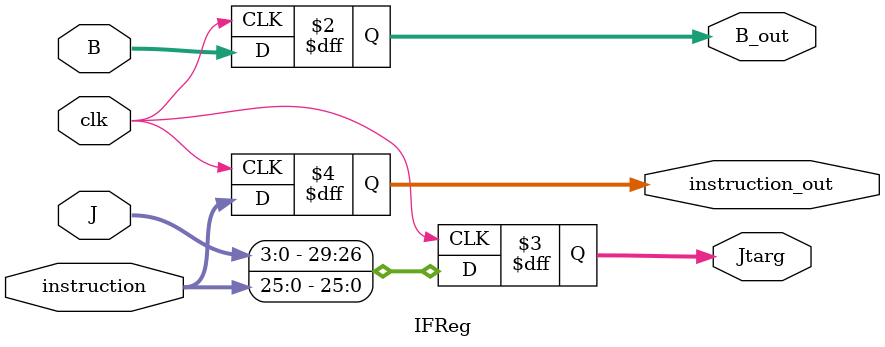
<source format=v>
module IFReg(
    input clk,
    input[29:0] B,
    input[3:0] J,
    input[31:0] instruction,
    output reg[29:0] B_out,
    output reg[29:0] Jtarg,
    output reg[31:0] instruction_out
    );
    always @(negedge clk) begin
        B_out <= B;
        Jtarg <= {J, instruction[25:0]};
        instruction_out <= instruction;
    end

endmodule
</source>
